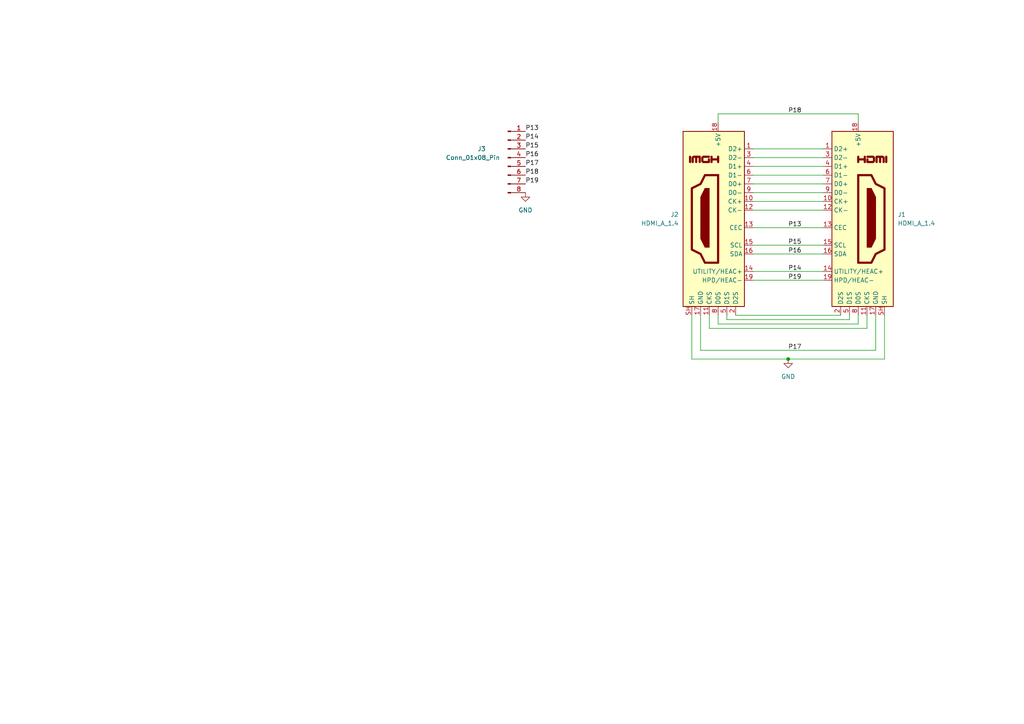
<source format=kicad_sch>
(kicad_sch (version 20230121) (generator eeschema)
  (paper "A4")
  (title_block (title "pm_hdmi_lpob") (date "2024-01-01") (rev "v0.1") (company "fm-elpac"))
  (lib_symbols
    (symbol "Connector:Conn_01x08_Pin" (pin_names (offset 1.016) hide)
      (property "Reference" "J" (at 0 10.16 0))
      (property "Value" "Conn_01x08_Pin" (at 0 -12.7 0))
      (symbol "Conn_01x08_Pin_1_1"
        (polyline (pts (xy 1.27 -10.16) (xy 0.8636 -10.16)) (stroke (width 0.1524)))
        (polyline (pts (xy 1.27 -7.62) (xy 0.8636 -7.62)) (stroke (width 0.1524)))
        (polyline (pts (xy 1.27 -5.08) (xy 0.8636 -5.08)) (stroke (width 0.1524)))
        (polyline (pts (xy 1.27 -2.54) (xy 0.8636 -2.54)) (stroke (width 0.1524)))
        (polyline (pts (xy 1.27 0) (xy 0.8636 0)) (stroke (width 0.1524)))
        (polyline (pts (xy 1.27 2.54) (xy 0.8636 2.54)) (stroke (width 0.1524)))
        (polyline (pts (xy 1.27 5.08) (xy 0.8636 5.08)) (stroke (width 0.1524)))
        (polyline (pts (xy 1.27 7.62) (xy 0.8636 7.62)) (stroke (width 0.1524)))
        (rectangle (start 0.8636 -10.033) (end 0 -10.287) (stroke (width 0.1524)) (fill (type outline)))
        (rectangle (start 0.8636 -7.493) (end 0 -7.747) (stroke (width 0.1524)) (fill (type outline)))
        (rectangle (start 0.8636 -4.953) (end 0 -5.207) (stroke (width 0.1524)) (fill (type outline)))
        (rectangle (start 0.8636 -2.413) (end 0 -2.667) (stroke (width 0.1524)) (fill (type outline)))
        (rectangle (start 0.8636 0.127) (end 0 -0.127) (stroke (width 0.1524)) (fill (type outline)))
        (rectangle (start 0.8636 2.667) (end 0 2.413) (stroke (width 0.1524)) (fill (type outline)))
        (rectangle (start 0.8636 5.207) (end 0 4.953) (stroke (width 0.1524)) (fill (type outline)))
        (rectangle (start 0.8636 7.747) (end 0 7.493) (stroke (width 0.1524)) (fill (type outline)))
        (pin passive line (at 5.08 7.62 180) (length 3.81) (name "Pin_1") (number "1"))
        (pin passive line (at 5.08 5.08 180) (length 3.81) (name "Pin_2") (number "2"))
        (pin passive line (at 5.08 2.54 180) (length 3.81) (name "Pin_3") (number "3"))
        (pin passive line (at 5.08 0 180) (length 3.81) (name "Pin_4") (number "4"))
        (pin passive line (at 5.08 -2.54 180) (length 3.81) (name "Pin_5") (number "5"))
        (pin passive line (at 5.08 -5.08 180) (length 3.81) (name "Pin_6") (number "6"))
        (pin passive line (at 5.08 -7.62 180) (length 3.81) (name "Pin_7") (number "7"))
        (pin passive line (at 5.08 -10.16 180) (length 3.81) (name "Pin_8") (number "8"))
      )
    )
    (symbol "Connector:HDMI_A_1.4"
      (property "Reference" "J" (at -6.35 26.67 0))
      (property "Value" "HDMI_A_1.4" (at 10.16 26.67 0))
      (symbol "HDMI_A_1.4_0_0"
        (polyline (pts (xy 8.128 16.51) (xy 8.128 18.034)) (stroke (width 0.635)))
        (polyline (pts (xy 0 16.51) (xy 0 18.034) (xy 0 17.272) (xy 1.905 17.272) (xy 1.905 18.034) (xy 1.905 16.51)) (stroke (width 0.635)))
        (polyline (pts (xy 2.667 18.034) (xy 4.318 18.034) (xy 4.572 17.78) (xy 4.572 16.764) (xy 4.318 16.51) (xy 2.667 16.51) (xy 2.667 17.272)) (stroke (width 0.635)))
      )
      (symbol "HDMI_A_1.4_0_1"
        (rectangle (start -7.62 25.4) (end 10.16 -25.4) (stroke (width 0.254)) (fill (type background)))
        (polyline (pts (xy 2.54 8.89) (xy 3.81 8.89) (xy 5.08 6.35) (xy 5.08 -5.715) (xy 3.81 -8.255) (xy 2.54 -8.255) (xy 2.54 8.89)) (fill (type outline)))
        (polyline (pts (xy 5.334 16.51) (xy 5.334 18.034) (xy 6.35 18.034) (xy 6.35 16.51) (xy 6.35 18.034) (xy 7.112 18.034) (xy 7.366 17.78) (xy 7.366 16.51)) (stroke (width 0.635)))
        (polyline (pts (xy 0 12.7) (xy 0 -12.7) (xy 3.81 -12.7) (xy 5.08 -10.16) (xy 7.62 -8.89) (xy 7.62 8.89) (xy 5.08 10.16) (xy 3.81 12.7) (xy 0 12.7)) (stroke (width 0.635)))
      )
      (symbol "HDMI_A_1.4_1_1"
        (pin passive line (at -10.16 20.32 0) (length 2.54) (name "D2+") (number "1"))
        (pin passive line (at -10.16 5.08 0) (length 2.54) (name "CK+") (number "10"))
        (pin power_in line (at 2.54 -27.94 90) (length 2.54) (name "CKS") (number "11"))
        (pin passive line (at -10.16 2.54 0) (length 2.54) (name "CK-") (number "12"))
        (pin bidirectional line (at -10.16 -2.54 0) (length 2.54) (name "CEC") (number "13"))
        (pin passive line (at -10.16 -15.24 0) (length 2.54) (name "UTILITY/HEAC+") (number "14"))
        (pin passive line (at -10.16 -7.62 0) (length 2.54) (name "SCL") (number "15"))
        (pin bidirectional line (at -10.16 -10.16 0) (length 2.54) (name "SDA") (number "16"))
        (pin power_in line (at 5.08 -27.94 90) (length 2.54) (name "GND") (number "17"))
        (pin power_in line (at 0 27.94 270) (length 2.54) (name "+5V") (number "18"))
        (pin passive line (at -10.16 -17.78 0) (length 2.54) (name "HPD/HEAC-") (number "19"))
        (pin power_in line (at -5.08 -27.94 90) (length 2.54) (name "D2S") (number "2"))
        (pin passive line (at -10.16 17.78 0) (length 2.54) (name "D2-") (number "3"))
        (pin passive line (at -10.16 15.24 0) (length 2.54) (name "D1+") (number "4"))
        (pin power_in line (at -2.54 -27.94 90) (length 2.54) (name "D1S") (number "5"))
        (pin passive line (at -10.16 12.7 0) (length 2.54) (name "D1-") (number "6"))
        (pin passive line (at -10.16 10.16 0) (length 2.54) (name "D0+") (number "7"))
        (pin power_in line (at 0 -27.94 90) (length 2.54) (name "D0S") (number "8"))
        (pin passive line (at -10.16 7.62 0) (length 2.54) (name "D0-") (number "9"))
        (pin passive line (at 7.62 -27.94 90) (length 2.54) (name "SH") (number "SH"))
      )
    )
    (symbol "power:GND" (power) (pin_names (offset 0))
      (property "Value" "GND" (at 0 -3.81 0))
      (symbol "GND_0_1"
        (polyline (pts (xy 0 0) (xy 0 -1.27) (xy 1.27 -1.27) (xy 0 -2.54) (xy -1.27 -1.27) (xy 0 -1.27)))
      )
      (symbol "GND_1_1"
        (pin power_in line (at 0 0 270) (length 0) hide (name "GND") (number "1"))
      )
    )
  )
  (junction (at 228.6 104.14))
  (wire (pts (xy 208.28 35.56) (xy 208.28 33.02)))
  (wire (pts (xy 210.82 91.44) (xy 210.82 92.71)))
  (wire (pts (xy 218.44 53.34) (xy 238.76 53.34)))
  (wire (pts (xy 218.44 55.88) (xy 238.76 55.88)))
  (wire (pts (xy 218.44 45.72) (xy 238.76 45.72)))
  (wire (pts (xy 213.36 91.44) (xy 243.84 91.44)))
  (wire (pts (xy 208.28 91.44) (xy 208.28 93.98)))
  (wire (pts (xy 218.44 60.96) (xy 238.76 60.96)))
  (wire (pts (xy 228.6 104.14) (xy 256.54 104.14)))
  (wire (pts (xy 200.66 104.14) (xy 228.6 104.14)))
  (wire (pts (xy 218.44 78.74) (xy 238.76 78.74)))
  (wire (pts (xy 218.44 48.26) (xy 238.76 48.26)))
  (wire (pts (xy 218.44 58.42) (xy 238.76 58.42)))
  (wire (pts (xy 218.44 66.04) (xy 238.76 66.04)))
  (wire (pts (xy 218.44 71.12) (xy 238.76 71.12)))
  (wire (pts (xy 200.66 91.44) (xy 200.66 104.14)))
  (wire (pts (xy 218.44 81.28) (xy 238.76 81.28)))
  (wire (pts (xy 210.82 92.71) (xy 246.38 92.71)))
  (wire (pts (xy 208.28 33.02) (xy 248.92 33.02)))
  (wire (pts (xy 208.28 93.98) (xy 248.92 93.98)))
  (wire (pts (xy 246.38 92.71) (xy 246.38 91.44)))
  (wire (pts (xy 218.44 73.66) (xy 238.76 73.66)))
  (wire (pts (xy 203.2 101.6) (xy 254 101.6)))
  (wire (pts (xy 256.54 91.44) (xy 256.54 104.14)))
  (wire (pts (xy 205.74 95.25) (xy 251.46 95.25)))
  (wire (pts (xy 218.44 50.8) (xy 238.76 50.8)))
  (wire (pts (xy 254 91.44) (xy 254 101.6)))
  (wire (pts (xy 205.74 91.44) (xy 205.74 95.25)))
  (wire (pts (xy 218.44 43.18) (xy 238.76 43.18)))
  (wire (pts (xy 248.92 93.98) (xy 248.92 91.44)))
  (wire (pts (xy 251.46 95.25) (xy 251.46 91.44)))
  (wire (pts (xy 248.92 33.02) (xy 248.92 35.56)))
  (wire (pts (xy 203.2 91.44) (xy 203.2 101.6)))
  (label "P16" (at 228.6 73.66 0))
  (label "P18" (at 152.4 50.8 0))
  (label "P15" (at 228.6 71.12 0))
  (label "P19" (at 152.4 53.34 0))
  (label "P13" (at 228.6 66.04 0))
  (label "P13" (at 152.4 38.1 0))
  (label "P17" (at 152.4 48.26 0))
  (label "P19" (at 228.6 81.28 0))
  (label "P16" (at 152.4 45.72 0))
  (label "P14" (at 152.4 40.64 0))
  (label "P17" (at 228.6 101.6 0))
  (label "P18" (at 228.6 33.02 0))
  (label "P14" (at 228.6 78.74 0))
  (label "P15" (at 152.4 43.18 0))
  (symbol (lib_id "Connector:Conn_01x08_Pin") (at 147.32 45.72 0) (unit 1)
    (property "Reference" "J3" (at 139.7 43.18 0))
    (property "Value" "Conn_01x08_Pin" (at 137.16 45.72 0))
    (property "Footprint" "Connector_PinHeader_2.54mm:PinHeader_1x08_P2.54mm_Vertical" (effects hide))
  )
  (symbol (lib_id "Connector:HDMI_A_1.4") (at 248.92 63.5 0) (unit 1)
    (property "Reference" "J1" (at 260.35 62.23 0) (effects (justify left)))
    (property "Value" "HDMI_A_1.4" (at 260.35 64.77 0) (effects (justify left)))
    (property "Footprint" "hdmi_a:hdmi_a_1" (effects hide))
    (property "Datasheet" "https://en.wikipedia.org/wiki/HDMI" (effects hide))
  )
  (symbol (lib_id "Connector:HDMI_A_1.4") (at 208.28 63.5 0) (mirror y) (unit 1)
    (property "Reference" "J2" (at 196.85 62.23 0) (effects (justify left)))
    (property "Value" "HDMI_A_1.4" (at 196.85 64.77 0) (effects (justify left)))
    (property "Footprint" "hdmi_a:hdmi_a_2" (effects hide))
    (property "Datasheet" "https://en.wikipedia.org/wiki/HDMI" (effects hide))
  )
  (symbol (lib_id "power:GND") (at 228.6 104.14 0) (unit 1)
    (property "Reference" "#PWR01" (effects hide))
    (property "Value" "GND" (at 228.6 109.22 0))
  )
  (symbol (lib_id "power:GND") (at 152.4 55.88 0) (unit 1)
    (property "Reference" "#PWR02" (effects hide))
    (property "Value" "GND" (at 152.4 60.96 0))
  )
)
</source>
